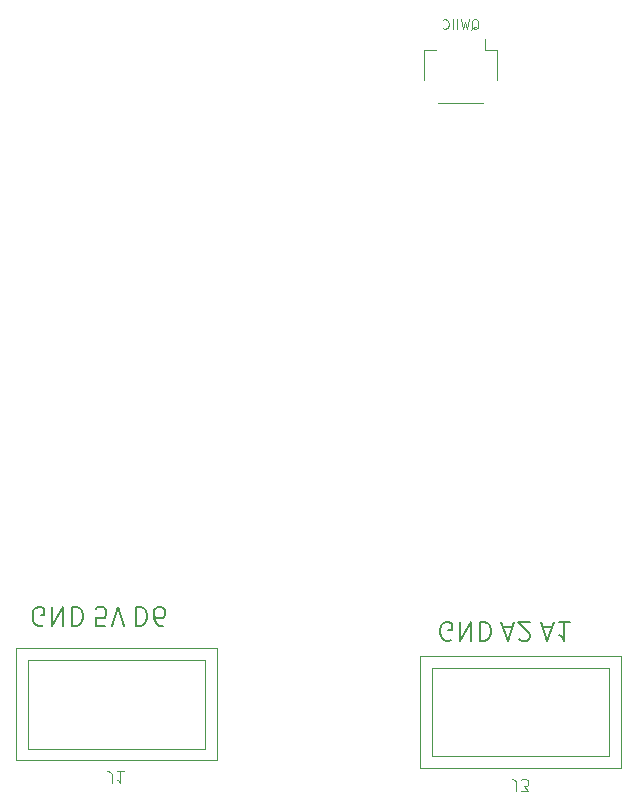
<source format=gbr>
%TF.GenerationSoftware,Flux,Pcbnew,9.0.6-9.0.6~ubuntu22.04.1*%
%TF.CreationDate,2026-01-08T03:09:03+00:00*%
%TF.ProjectId,input,696e7075-742e-46b6-9963-61645f706362,rev?*%
%TF.SameCoordinates,Original*%
%TF.FileFunction,Legend,Bot*%
%TF.FilePolarity,Positive*%
%FSLAX46Y46*%
G04 Gerber Fmt 4.6, Leading zero omitted, Abs format (unit mm)*
G04 Filename: pegjumpinggamepcb-179b*
G04 Build it with Flux! Visit our site at: https://www.flux.ai (PCBNEW 9.0.6-9.0.6~ubuntu22.04.1) date 2026-01-08 03:09:03*
%MOMM*%
%LPD*%
G01*
G04 APERTURE LIST*
%ADD10C,0.190000*%
%ADD11C,0.095000*%
%ADD12C,0.120650*%
%ADD13C,0.120000*%
%ADD14C,0.100000*%
G04 APERTURE END LIST*
D10*
X467257347Y-193856799D02*
X467104966Y-193932989D01*
X467104966Y-193932989D02*
X466876395Y-193932989D01*
X466876395Y-193932989D02*
X466647823Y-193856799D01*
X466647823Y-193856799D02*
X466495442Y-193704418D01*
X466495442Y-193704418D02*
X466419252Y-193552037D01*
X466419252Y-193552037D02*
X466343061Y-193247275D01*
X466343061Y-193247275D02*
X466343061Y-193018703D01*
X466343061Y-193018703D02*
X466419252Y-192713941D01*
X466419252Y-192713941D02*
X466495442Y-192561560D01*
X466495442Y-192561560D02*
X466647823Y-192409180D01*
X466647823Y-192409180D02*
X466876395Y-192332989D01*
X466876395Y-192332989D02*
X467028776Y-192332989D01*
X467028776Y-192332989D02*
X467257347Y-192409180D01*
X467257347Y-192409180D02*
X467333538Y-192485370D01*
X467333538Y-192485370D02*
X467333538Y-193018703D01*
X467333538Y-193018703D02*
X467028776Y-193018703D01*
X468019252Y-192332989D02*
X468019252Y-193932989D01*
X468019252Y-193932989D02*
X468933538Y-192332989D01*
X468933538Y-192332989D02*
X468933538Y-193932989D01*
X469695442Y-192332989D02*
X469695442Y-193932989D01*
X469695442Y-193932989D02*
X470076394Y-193932989D01*
X470076394Y-193932989D02*
X470304966Y-193856799D01*
X470304966Y-193856799D02*
X470457347Y-193704418D01*
X470457347Y-193704418D02*
X470533537Y-193552037D01*
X470533537Y-193552037D02*
X470609728Y-193247275D01*
X470609728Y-193247275D02*
X470609728Y-193018703D01*
X470609728Y-193018703D02*
X470533537Y-192713941D01*
X470533537Y-192713941D02*
X470457347Y-192561560D01*
X470457347Y-192561560D02*
X470304966Y-192409180D01*
X470304966Y-192409180D02*
X470076394Y-192332989D01*
X470076394Y-192332989D02*
X469695442Y-192332989D01*
X471676394Y-192790132D02*
X472438299Y-192790132D01*
X471524013Y-192332989D02*
X472057347Y-193932989D01*
X472057347Y-193932989D02*
X472590680Y-192332989D01*
X473047823Y-193780608D02*
X473124014Y-193856799D01*
X473124014Y-193856799D02*
X473276395Y-193932989D01*
X473276395Y-193932989D02*
X473657347Y-193932989D01*
X473657347Y-193932989D02*
X473809728Y-193856799D01*
X473809728Y-193856799D02*
X473885919Y-193780608D01*
X473885919Y-193780608D02*
X473962109Y-193628227D01*
X473962109Y-193628227D02*
X473962109Y-193475846D01*
X473962109Y-193475846D02*
X473885919Y-193247275D01*
X473885919Y-193247275D02*
X472971633Y-192332989D01*
X472971633Y-192332989D02*
X473962109Y-192332989D01*
X475028776Y-192790132D02*
X475790681Y-192790132D01*
X474876395Y-192332989D02*
X475409729Y-193932989D01*
X475409729Y-193932989D02*
X475943062Y-192332989D01*
X477314491Y-192332989D02*
X476400205Y-192332989D01*
X476857348Y-192332989D02*
X476857348Y-193932989D01*
X476857348Y-193932989D02*
X476704967Y-193704418D01*
X476704967Y-193704418D02*
X476552586Y-193552037D01*
X476552586Y-193552037D02*
X476400205Y-193475846D01*
X432748547Y-192587399D02*
X432596166Y-192663589D01*
X432596166Y-192663589D02*
X432367595Y-192663589D01*
X432367595Y-192663589D02*
X432139023Y-192587399D01*
X432139023Y-192587399D02*
X431986642Y-192435018D01*
X431986642Y-192435018D02*
X431910452Y-192282637D01*
X431910452Y-192282637D02*
X431834261Y-191977875D01*
X431834261Y-191977875D02*
X431834261Y-191749303D01*
X431834261Y-191749303D02*
X431910452Y-191444541D01*
X431910452Y-191444541D02*
X431986642Y-191292160D01*
X431986642Y-191292160D02*
X432139023Y-191139780D01*
X432139023Y-191139780D02*
X432367595Y-191063589D01*
X432367595Y-191063589D02*
X432519976Y-191063589D01*
X432519976Y-191063589D02*
X432748547Y-191139780D01*
X432748547Y-191139780D02*
X432824738Y-191215970D01*
X432824738Y-191215970D02*
X432824738Y-191749303D01*
X432824738Y-191749303D02*
X432519976Y-191749303D01*
X433510452Y-191063589D02*
X433510452Y-192663589D01*
X433510452Y-192663589D02*
X434424738Y-191063589D01*
X434424738Y-191063589D02*
X434424738Y-192663589D01*
X435186642Y-191063589D02*
X435186642Y-192663589D01*
X435186642Y-192663589D02*
X435567594Y-192663589D01*
X435567594Y-192663589D02*
X435796166Y-192587399D01*
X435796166Y-192587399D02*
X435948547Y-192435018D01*
X435948547Y-192435018D02*
X436024737Y-192282637D01*
X436024737Y-192282637D02*
X436100928Y-191977875D01*
X436100928Y-191977875D02*
X436100928Y-191749303D01*
X436100928Y-191749303D02*
X436024737Y-191444541D01*
X436024737Y-191444541D02*
X435948547Y-191292160D01*
X435948547Y-191292160D02*
X435796166Y-191139780D01*
X435796166Y-191139780D02*
X435567594Y-191063589D01*
X435567594Y-191063589D02*
X435186642Y-191063589D01*
X438005690Y-192663589D02*
X437243785Y-192663589D01*
X437243785Y-192663589D02*
X437167594Y-191901684D01*
X437167594Y-191901684D02*
X437243785Y-191977875D01*
X437243785Y-191977875D02*
X437396166Y-192054065D01*
X437396166Y-192054065D02*
X437777118Y-192054065D01*
X437777118Y-192054065D02*
X437929499Y-191977875D01*
X437929499Y-191977875D02*
X438005690Y-191901684D01*
X438005690Y-191901684D02*
X438081880Y-191749303D01*
X438081880Y-191749303D02*
X438081880Y-191368351D01*
X438081880Y-191368351D02*
X438005690Y-191215970D01*
X438005690Y-191215970D02*
X437929499Y-191139780D01*
X437929499Y-191139780D02*
X437777118Y-191063589D01*
X437777118Y-191063589D02*
X437396166Y-191063589D01*
X437396166Y-191063589D02*
X437243785Y-191139780D01*
X437243785Y-191139780D02*
X437167594Y-191215970D01*
X438539023Y-192663589D02*
X439072357Y-191063589D01*
X439072357Y-191063589D02*
X439605690Y-192663589D01*
X440596167Y-191063589D02*
X440596167Y-192663589D01*
X440596167Y-192663589D02*
X440977119Y-192663589D01*
X440977119Y-192663589D02*
X441205691Y-192587399D01*
X441205691Y-192587399D02*
X441358072Y-192435018D01*
X441358072Y-192435018D02*
X441434262Y-192282637D01*
X441434262Y-192282637D02*
X441510453Y-191977875D01*
X441510453Y-191977875D02*
X441510453Y-191749303D01*
X441510453Y-191749303D02*
X441434262Y-191444541D01*
X441434262Y-191444541D02*
X441358072Y-191292160D01*
X441358072Y-191292160D02*
X441205691Y-191139780D01*
X441205691Y-191139780D02*
X440977119Y-191063589D01*
X440977119Y-191063589D02*
X440596167Y-191063589D01*
X442881881Y-192663589D02*
X442577119Y-192663589D01*
X442577119Y-192663589D02*
X442424738Y-192587399D01*
X442424738Y-192587399D02*
X442348548Y-192511208D01*
X442348548Y-192511208D02*
X442196167Y-192282637D01*
X442196167Y-192282637D02*
X442119976Y-191977875D01*
X442119976Y-191977875D02*
X442119976Y-191368351D01*
X442119976Y-191368351D02*
X442196167Y-191215970D01*
X442196167Y-191215970D02*
X442272357Y-191139780D01*
X442272357Y-191139780D02*
X442424738Y-191063589D01*
X442424738Y-191063589D02*
X442729500Y-191063589D01*
X442729500Y-191063589D02*
X442881881Y-191139780D01*
X442881881Y-191139780D02*
X442958072Y-191215970D01*
X442958072Y-191215970D02*
X443034262Y-191368351D01*
X443034262Y-191368351D02*
X443034262Y-191749303D01*
X443034262Y-191749303D02*
X442958072Y-191901684D01*
X442958072Y-191901684D02*
X442881881Y-191977875D01*
X442881881Y-191977875D02*
X442729500Y-192054065D01*
X442729500Y-192054065D02*
X442424738Y-192054065D01*
X442424738Y-192054065D02*
X442272357Y-191977875D01*
X442272357Y-191977875D02*
X442196167Y-191901684D01*
X442196167Y-191901684D02*
X442119976Y-191749303D01*
D11*
X468995732Y-142214445D02*
X469071922Y-142176350D01*
X469071922Y-142176350D02*
X469148113Y-142100160D01*
X469148113Y-142100160D02*
X469262399Y-141985874D01*
X469262399Y-141985874D02*
X469338589Y-141947779D01*
X469338589Y-141947779D02*
X469414780Y-141947779D01*
X469376684Y-142138255D02*
X469452875Y-142100160D01*
X469452875Y-142100160D02*
X469529065Y-142023969D01*
X469529065Y-142023969D02*
X469567161Y-141871588D01*
X469567161Y-141871588D02*
X469567161Y-141604921D01*
X469567161Y-141604921D02*
X469529065Y-141452540D01*
X469529065Y-141452540D02*
X469452875Y-141376350D01*
X469452875Y-141376350D02*
X469376684Y-141338255D01*
X469376684Y-141338255D02*
X469224303Y-141338255D01*
X469224303Y-141338255D02*
X469148113Y-141376350D01*
X469148113Y-141376350D02*
X469071922Y-141452540D01*
X469071922Y-141452540D02*
X469033827Y-141604921D01*
X469033827Y-141604921D02*
X469033827Y-141871588D01*
X469033827Y-141871588D02*
X469071922Y-142023969D01*
X469071922Y-142023969D02*
X469148113Y-142100160D01*
X469148113Y-142100160D02*
X469224303Y-142138255D01*
X469224303Y-142138255D02*
X469376684Y-142138255D01*
X468767161Y-141338255D02*
X468576685Y-142138255D01*
X468576685Y-142138255D02*
X468424304Y-141566826D01*
X468424304Y-141566826D02*
X468271923Y-142138255D01*
X468271923Y-142138255D02*
X468081447Y-141338255D01*
X467776684Y-142138255D02*
X467776684Y-141338255D01*
X467395732Y-142138255D02*
X467395732Y-141338255D01*
X466557637Y-142062064D02*
X466595733Y-142100160D01*
X466595733Y-142100160D02*
X466710018Y-142138255D01*
X466710018Y-142138255D02*
X466786209Y-142138255D01*
X466786209Y-142138255D02*
X466900495Y-142100160D01*
X466900495Y-142100160D02*
X466976685Y-142023969D01*
X466976685Y-142023969D02*
X467014780Y-141947779D01*
X467014780Y-141947779D02*
X467052876Y-141795398D01*
X467052876Y-141795398D02*
X467052876Y-141681112D01*
X467052876Y-141681112D02*
X467014780Y-141528731D01*
X467014780Y-141528731D02*
X466976685Y-141452540D01*
X466976685Y-141452540D02*
X466900495Y-141376350D01*
X466900495Y-141376350D02*
X466786209Y-141338255D01*
X466786209Y-141338255D02*
X466710018Y-141338255D01*
X466710018Y-141338255D02*
X466595733Y-141376350D01*
X466595733Y-141376350D02*
X466557637Y-141414445D01*
D12*
X472771650Y-206660540D02*
X472771650Y-205934825D01*
X472771650Y-205934825D02*
X472723269Y-205789682D01*
X472723269Y-205789682D02*
X472626507Y-205692921D01*
X472626507Y-205692921D02*
X472481364Y-205644540D01*
X472481364Y-205644540D02*
X472384602Y-205644540D01*
X473158697Y-206660540D02*
X473787650Y-206660540D01*
X473787650Y-206660540D02*
X473448983Y-206273492D01*
X473448983Y-206273492D02*
X473594126Y-206273492D01*
X473594126Y-206273492D02*
X473690888Y-206225111D01*
X473690888Y-206225111D02*
X473739269Y-206176730D01*
X473739269Y-206176730D02*
X473787650Y-206079968D01*
X473787650Y-206079968D02*
X473787650Y-205838063D01*
X473787650Y-205838063D02*
X473739269Y-205741301D01*
X473739269Y-205741301D02*
X473690888Y-205692921D01*
X473690888Y-205692921D02*
X473594126Y-205644540D01*
X473594126Y-205644540D02*
X473303840Y-205644540D01*
X473303840Y-205644540D02*
X473207078Y-205692921D01*
X473207078Y-205692921D02*
X473158697Y-205741301D01*
X438521850Y-205990540D02*
X438521850Y-205264825D01*
X438521850Y-205264825D02*
X438473469Y-205119682D01*
X438473469Y-205119682D02*
X438376707Y-205022921D01*
X438376707Y-205022921D02*
X438231564Y-204974540D01*
X438231564Y-204974540D02*
X438134802Y-204974540D01*
X439537850Y-204974540D02*
X438957278Y-204974540D01*
X439247564Y-204974540D02*
X439247564Y-205990540D01*
X439247564Y-205990540D02*
X439150802Y-205845397D01*
X439150802Y-205845397D02*
X439054040Y-205748635D01*
X439054040Y-205748635D02*
X438957278Y-205700254D01*
D13*
%TO.C,*%
X471172400Y-146468100D02*
X471172400Y-143968100D01*
X471172400Y-143968100D02*
X470122400Y-143968100D01*
X470122400Y-143968100D02*
X470122400Y-142978100D01*
X464952400Y-146468100D02*
X464952400Y-143968100D01*
X464952400Y-143968100D02*
X466002400Y-143968100D01*
X470002400Y-148438100D02*
X466122400Y-148438100D01*
D14*
X465661511Y-203737407D02*
X480661511Y-203737367D01*
X480661511Y-203737367D02*
X480661491Y-196237367D01*
X480661491Y-196237367D02*
X465661491Y-196237407D01*
X465661491Y-196237407D02*
X465661511Y-203737407D01*
X464661513Y-204737409D02*
X481661513Y-204737364D01*
X481661513Y-204737364D02*
X481661488Y-195237364D01*
X481661488Y-195237364D02*
X464661488Y-195237409D01*
X464661488Y-195237409D02*
X464661513Y-204737409D01*
X431411711Y-203067407D02*
X446411711Y-203067367D01*
X446411711Y-203067367D02*
X446411691Y-195567367D01*
X446411691Y-195567367D02*
X431411691Y-195567407D01*
X431411691Y-195567407D02*
X431411711Y-203067407D01*
X430411713Y-204067409D02*
X447411713Y-204067364D01*
X447411713Y-204067364D02*
X447411688Y-194567364D01*
X447411688Y-194567364D02*
X430411688Y-194567409D01*
X430411688Y-194567409D02*
X430411713Y-204067409D01*
%TD*%
M02*

</source>
